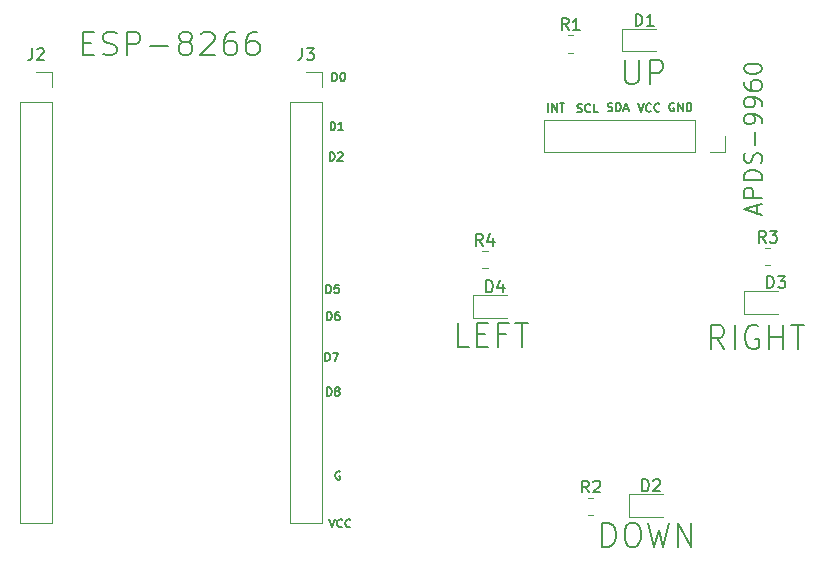
<source format=gbr>
%TF.GenerationSoftware,KiCad,Pcbnew,(6.0.7)*%
%TF.CreationDate,2022-10-30T17:48:50+07:00*%
%TF.ProjectId,dd,64642e6b-6963-4616-945f-706362585858,rev?*%
%TF.SameCoordinates,Original*%
%TF.FileFunction,Legend,Top*%
%TF.FilePolarity,Positive*%
%FSLAX46Y46*%
G04 Gerber Fmt 4.6, Leading zero omitted, Abs format (unit mm)*
G04 Created by KiCad (PCBNEW (6.0.7)) date 2022-10-30 17:48:50*
%MOMM*%
%LPD*%
G01*
G04 APERTURE LIST*
%ADD10C,0.150000*%
%ADD11C,0.120000*%
G04 APERTURE END LIST*
D10*
X147100000Y-64807142D02*
X147100000Y-64092857D01*
X147528571Y-64950000D02*
X146028571Y-64450000D01*
X147528571Y-63950000D01*
X147528571Y-63450000D02*
X146028571Y-63450000D01*
X146028571Y-62878571D01*
X146100000Y-62735714D01*
X146171428Y-62664285D01*
X146314285Y-62592857D01*
X146528571Y-62592857D01*
X146671428Y-62664285D01*
X146742857Y-62735714D01*
X146814285Y-62878571D01*
X146814285Y-63450000D01*
X147528571Y-61950000D02*
X146028571Y-61950000D01*
X146028571Y-61592857D01*
X146100000Y-61378571D01*
X146242857Y-61235714D01*
X146385714Y-61164285D01*
X146671428Y-61092857D01*
X146885714Y-61092857D01*
X147171428Y-61164285D01*
X147314285Y-61235714D01*
X147457142Y-61378571D01*
X147528571Y-61592857D01*
X147528571Y-61950000D01*
X147457142Y-60521428D02*
X147528571Y-60307142D01*
X147528571Y-59950000D01*
X147457142Y-59807142D01*
X147385714Y-59735714D01*
X147242857Y-59664285D01*
X147100000Y-59664285D01*
X146957142Y-59735714D01*
X146885714Y-59807142D01*
X146814285Y-59950000D01*
X146742857Y-60235714D01*
X146671428Y-60378571D01*
X146600000Y-60450000D01*
X146457142Y-60521428D01*
X146314285Y-60521428D01*
X146171428Y-60450000D01*
X146100000Y-60378571D01*
X146028571Y-60235714D01*
X146028571Y-59878571D01*
X146100000Y-59664285D01*
X146957142Y-59021428D02*
X146957142Y-57878571D01*
X147528571Y-57092857D02*
X147528571Y-56807142D01*
X147457142Y-56664285D01*
X147385714Y-56592857D01*
X147171428Y-56450000D01*
X146885714Y-56378571D01*
X146314285Y-56378571D01*
X146171428Y-56450000D01*
X146100000Y-56521428D01*
X146028571Y-56664285D01*
X146028571Y-56950000D01*
X146100000Y-57092857D01*
X146171428Y-57164285D01*
X146314285Y-57235714D01*
X146671428Y-57235714D01*
X146814285Y-57164285D01*
X146885714Y-57092857D01*
X146957142Y-56950000D01*
X146957142Y-56664285D01*
X146885714Y-56521428D01*
X146814285Y-56450000D01*
X146671428Y-56378571D01*
X147528571Y-55664285D02*
X147528571Y-55378571D01*
X147457142Y-55235714D01*
X147385714Y-55164285D01*
X147171428Y-55021428D01*
X146885714Y-54950000D01*
X146314285Y-54950000D01*
X146171428Y-55021428D01*
X146100000Y-55092857D01*
X146028571Y-55235714D01*
X146028571Y-55521428D01*
X146100000Y-55664285D01*
X146171428Y-55735714D01*
X146314285Y-55807142D01*
X146671428Y-55807142D01*
X146814285Y-55735714D01*
X146885714Y-55664285D01*
X146957142Y-55521428D01*
X146957142Y-55235714D01*
X146885714Y-55092857D01*
X146814285Y-55021428D01*
X146671428Y-54950000D01*
X146028571Y-53664285D02*
X146028571Y-53950000D01*
X146100000Y-54092857D01*
X146171428Y-54164285D01*
X146385714Y-54307142D01*
X146671428Y-54378571D01*
X147242857Y-54378571D01*
X147385714Y-54307142D01*
X147457142Y-54235714D01*
X147528571Y-54092857D01*
X147528571Y-53807142D01*
X147457142Y-53664285D01*
X147385714Y-53592857D01*
X147242857Y-53521428D01*
X146885714Y-53521428D01*
X146742857Y-53592857D01*
X146671428Y-53664285D01*
X146600000Y-53807142D01*
X146600000Y-54092857D01*
X146671428Y-54235714D01*
X146742857Y-54307142D01*
X146885714Y-54378571D01*
X146028571Y-52592857D02*
X146028571Y-52450000D01*
X146100000Y-52307142D01*
X146171428Y-52235714D01*
X146314285Y-52164285D01*
X146600000Y-52092857D01*
X146957142Y-52092857D01*
X147242857Y-52164285D01*
X147385714Y-52235714D01*
X147457142Y-52307142D01*
X147528571Y-52450000D01*
X147528571Y-52592857D01*
X147457142Y-52735714D01*
X147385714Y-52807142D01*
X147242857Y-52878571D01*
X146957142Y-52950000D01*
X146600000Y-52950000D01*
X146314285Y-52878571D01*
X146171428Y-52807142D01*
X146100000Y-52735714D01*
X146028571Y-52592857D01*
X110916666Y-90666666D02*
X111150000Y-91366666D01*
X111383333Y-90666666D01*
X112016666Y-91300000D02*
X111983333Y-91333333D01*
X111883333Y-91366666D01*
X111816666Y-91366666D01*
X111716666Y-91333333D01*
X111650000Y-91266666D01*
X111616666Y-91200000D01*
X111583333Y-91066666D01*
X111583333Y-90966666D01*
X111616666Y-90833333D01*
X111650000Y-90766666D01*
X111716666Y-90700000D01*
X111816666Y-90666666D01*
X111883333Y-90666666D01*
X111983333Y-90700000D01*
X112016666Y-90733333D01*
X112716666Y-91300000D02*
X112683333Y-91333333D01*
X112583333Y-91366666D01*
X112516666Y-91366666D01*
X112416666Y-91333333D01*
X112350000Y-91266666D01*
X112316666Y-91200000D01*
X112283333Y-91066666D01*
X112283333Y-90966666D01*
X112316666Y-90833333D01*
X112350000Y-90766666D01*
X112416666Y-90700000D01*
X112516666Y-90666666D01*
X112583333Y-90666666D01*
X112683333Y-90700000D01*
X112716666Y-90733333D01*
X111833333Y-86650000D02*
X111766666Y-86616666D01*
X111666666Y-86616666D01*
X111566666Y-86650000D01*
X111500000Y-86716666D01*
X111466666Y-86783333D01*
X111433333Y-86916666D01*
X111433333Y-87016666D01*
X111466666Y-87150000D01*
X111500000Y-87216666D01*
X111566666Y-87283333D01*
X111666666Y-87316666D01*
X111733333Y-87316666D01*
X111833333Y-87283333D01*
X111866666Y-87250000D01*
X111866666Y-87016666D01*
X111733333Y-87016666D01*
X111183333Y-53566666D02*
X111183333Y-52866666D01*
X111350000Y-52866666D01*
X111450000Y-52900000D01*
X111516666Y-52966666D01*
X111550000Y-53033333D01*
X111583333Y-53166666D01*
X111583333Y-53266666D01*
X111550000Y-53400000D01*
X111516666Y-53466666D01*
X111450000Y-53533333D01*
X111350000Y-53566666D01*
X111183333Y-53566666D01*
X112016666Y-52866666D02*
X112083333Y-52866666D01*
X112150000Y-52900000D01*
X112183333Y-52933333D01*
X112216666Y-53000000D01*
X112250000Y-53133333D01*
X112250000Y-53300000D01*
X112216666Y-53433333D01*
X112183333Y-53500000D01*
X112150000Y-53533333D01*
X112083333Y-53566666D01*
X112016666Y-53566666D01*
X111950000Y-53533333D01*
X111916666Y-53500000D01*
X111883333Y-53433333D01*
X111850000Y-53300000D01*
X111850000Y-53133333D01*
X111883333Y-53000000D01*
X111916666Y-52933333D01*
X111950000Y-52900000D01*
X112016666Y-52866666D01*
X131916666Y-56183333D02*
X132016666Y-56216666D01*
X132183333Y-56216666D01*
X132250000Y-56183333D01*
X132283333Y-56150000D01*
X132316666Y-56083333D01*
X132316666Y-56016666D01*
X132283333Y-55950000D01*
X132250000Y-55916666D01*
X132183333Y-55883333D01*
X132050000Y-55850000D01*
X131983333Y-55816666D01*
X131950000Y-55783333D01*
X131916666Y-55716666D01*
X131916666Y-55650000D01*
X131950000Y-55583333D01*
X131983333Y-55550000D01*
X132050000Y-55516666D01*
X132216666Y-55516666D01*
X132316666Y-55550000D01*
X133016666Y-56150000D02*
X132983333Y-56183333D01*
X132883333Y-56216666D01*
X132816666Y-56216666D01*
X132716666Y-56183333D01*
X132650000Y-56116666D01*
X132616666Y-56050000D01*
X132583333Y-55916666D01*
X132583333Y-55816666D01*
X132616666Y-55683333D01*
X132650000Y-55616666D01*
X132716666Y-55550000D01*
X132816666Y-55516666D01*
X132883333Y-55516666D01*
X132983333Y-55550000D01*
X133016666Y-55583333D01*
X133650000Y-56216666D02*
X133316666Y-56216666D01*
X133316666Y-55516666D01*
X110583333Y-77266666D02*
X110583333Y-76566666D01*
X110750000Y-76566666D01*
X110850000Y-76600000D01*
X110916666Y-76666666D01*
X110950000Y-76733333D01*
X110983333Y-76866666D01*
X110983333Y-76966666D01*
X110950000Y-77100000D01*
X110916666Y-77166666D01*
X110850000Y-77233333D01*
X110750000Y-77266666D01*
X110583333Y-77266666D01*
X111216666Y-76566666D02*
X111683333Y-76566666D01*
X111383333Y-77266666D01*
X110733333Y-73816666D02*
X110733333Y-73116666D01*
X110900000Y-73116666D01*
X111000000Y-73150000D01*
X111066666Y-73216666D01*
X111100000Y-73283333D01*
X111133333Y-73416666D01*
X111133333Y-73516666D01*
X111100000Y-73650000D01*
X111066666Y-73716666D01*
X111000000Y-73783333D01*
X110900000Y-73816666D01*
X110733333Y-73816666D01*
X111733333Y-73116666D02*
X111600000Y-73116666D01*
X111533333Y-73150000D01*
X111500000Y-73183333D01*
X111433333Y-73283333D01*
X111400000Y-73416666D01*
X111400000Y-73683333D01*
X111433333Y-73750000D01*
X111466666Y-73783333D01*
X111533333Y-73816666D01*
X111666666Y-73816666D01*
X111733333Y-73783333D01*
X111766666Y-73750000D01*
X111800000Y-73683333D01*
X111800000Y-73516666D01*
X111766666Y-73450000D01*
X111733333Y-73416666D01*
X111666666Y-73383333D01*
X111533333Y-73383333D01*
X111466666Y-73416666D01*
X111433333Y-73450000D01*
X111400000Y-73516666D01*
X144383333Y-76254761D02*
X143716666Y-75302380D01*
X143240476Y-76254761D02*
X143240476Y-74254761D01*
X144002380Y-74254761D01*
X144192857Y-74350000D01*
X144288095Y-74445238D01*
X144383333Y-74635714D01*
X144383333Y-74921428D01*
X144288095Y-75111904D01*
X144192857Y-75207142D01*
X144002380Y-75302380D01*
X143240476Y-75302380D01*
X145240476Y-76254761D02*
X145240476Y-74254761D01*
X147240476Y-74350000D02*
X147050000Y-74254761D01*
X146764285Y-74254761D01*
X146478571Y-74350000D01*
X146288095Y-74540476D01*
X146192857Y-74730952D01*
X146097619Y-75111904D01*
X146097619Y-75397619D01*
X146192857Y-75778571D01*
X146288095Y-75969047D01*
X146478571Y-76159523D01*
X146764285Y-76254761D01*
X146954761Y-76254761D01*
X147240476Y-76159523D01*
X147335714Y-76064285D01*
X147335714Y-75397619D01*
X146954761Y-75397619D01*
X148192857Y-76254761D02*
X148192857Y-74254761D01*
X148192857Y-75207142D02*
X149335714Y-75207142D01*
X149335714Y-76254761D02*
X149335714Y-74254761D01*
X150002380Y-74254761D02*
X151145238Y-74254761D01*
X150573809Y-76254761D02*
X150573809Y-74254761D01*
X110983333Y-60316666D02*
X110983333Y-59616666D01*
X111150000Y-59616666D01*
X111250000Y-59650000D01*
X111316666Y-59716666D01*
X111350000Y-59783333D01*
X111383333Y-59916666D01*
X111383333Y-60016666D01*
X111350000Y-60150000D01*
X111316666Y-60216666D01*
X111250000Y-60283333D01*
X111150000Y-60316666D01*
X110983333Y-60316666D01*
X111650000Y-59683333D02*
X111683333Y-59650000D01*
X111750000Y-59616666D01*
X111916666Y-59616666D01*
X111983333Y-59650000D01*
X112016666Y-59683333D01*
X112050000Y-59750000D01*
X112050000Y-59816666D01*
X112016666Y-59916666D01*
X111616666Y-60316666D01*
X112050000Y-60316666D01*
X110733333Y-80216666D02*
X110733333Y-79516666D01*
X110900000Y-79516666D01*
X111000000Y-79550000D01*
X111066666Y-79616666D01*
X111100000Y-79683333D01*
X111133333Y-79816666D01*
X111133333Y-79916666D01*
X111100000Y-80050000D01*
X111066666Y-80116666D01*
X111000000Y-80183333D01*
X110900000Y-80216666D01*
X110733333Y-80216666D01*
X111533333Y-79816666D02*
X111466666Y-79783333D01*
X111433333Y-79750000D01*
X111400000Y-79683333D01*
X111400000Y-79650000D01*
X111433333Y-79583333D01*
X111466666Y-79550000D01*
X111533333Y-79516666D01*
X111666666Y-79516666D01*
X111733333Y-79550000D01*
X111766666Y-79583333D01*
X111800000Y-79650000D01*
X111800000Y-79683333D01*
X111766666Y-79750000D01*
X111733333Y-79783333D01*
X111666666Y-79816666D01*
X111533333Y-79816666D01*
X111466666Y-79850000D01*
X111433333Y-79883333D01*
X111400000Y-79950000D01*
X111400000Y-80083333D01*
X111433333Y-80150000D01*
X111466666Y-80183333D01*
X111533333Y-80216666D01*
X111666666Y-80216666D01*
X111733333Y-80183333D01*
X111766666Y-80150000D01*
X111800000Y-80083333D01*
X111800000Y-79950000D01*
X111766666Y-79883333D01*
X111733333Y-79850000D01*
X111666666Y-79816666D01*
X90071428Y-50357142D02*
X90738095Y-50357142D01*
X91023809Y-51404761D02*
X90071428Y-51404761D01*
X90071428Y-49404761D01*
X91023809Y-49404761D01*
X91785714Y-51309523D02*
X92071428Y-51404761D01*
X92547619Y-51404761D01*
X92738095Y-51309523D01*
X92833333Y-51214285D01*
X92928571Y-51023809D01*
X92928571Y-50833333D01*
X92833333Y-50642857D01*
X92738095Y-50547619D01*
X92547619Y-50452380D01*
X92166666Y-50357142D01*
X91976190Y-50261904D01*
X91880952Y-50166666D01*
X91785714Y-49976190D01*
X91785714Y-49785714D01*
X91880952Y-49595238D01*
X91976190Y-49500000D01*
X92166666Y-49404761D01*
X92642857Y-49404761D01*
X92928571Y-49500000D01*
X93785714Y-51404761D02*
X93785714Y-49404761D01*
X94547619Y-49404761D01*
X94738095Y-49500000D01*
X94833333Y-49595238D01*
X94928571Y-49785714D01*
X94928571Y-50071428D01*
X94833333Y-50261904D01*
X94738095Y-50357142D01*
X94547619Y-50452380D01*
X93785714Y-50452380D01*
X95785714Y-50642857D02*
X97309523Y-50642857D01*
X98547619Y-50261904D02*
X98357142Y-50166666D01*
X98261904Y-50071428D01*
X98166666Y-49880952D01*
X98166666Y-49785714D01*
X98261904Y-49595238D01*
X98357142Y-49500000D01*
X98547619Y-49404761D01*
X98928571Y-49404761D01*
X99119047Y-49500000D01*
X99214285Y-49595238D01*
X99309523Y-49785714D01*
X99309523Y-49880952D01*
X99214285Y-50071428D01*
X99119047Y-50166666D01*
X98928571Y-50261904D01*
X98547619Y-50261904D01*
X98357142Y-50357142D01*
X98261904Y-50452380D01*
X98166666Y-50642857D01*
X98166666Y-51023809D01*
X98261904Y-51214285D01*
X98357142Y-51309523D01*
X98547619Y-51404761D01*
X98928571Y-51404761D01*
X99119047Y-51309523D01*
X99214285Y-51214285D01*
X99309523Y-51023809D01*
X99309523Y-50642857D01*
X99214285Y-50452380D01*
X99119047Y-50357142D01*
X98928571Y-50261904D01*
X100071428Y-49595238D02*
X100166666Y-49500000D01*
X100357142Y-49404761D01*
X100833333Y-49404761D01*
X101023809Y-49500000D01*
X101119047Y-49595238D01*
X101214285Y-49785714D01*
X101214285Y-49976190D01*
X101119047Y-50261904D01*
X99976190Y-51404761D01*
X101214285Y-51404761D01*
X102928571Y-49404761D02*
X102547619Y-49404761D01*
X102357142Y-49500000D01*
X102261904Y-49595238D01*
X102071428Y-49880952D01*
X101976190Y-50261904D01*
X101976190Y-51023809D01*
X102071428Y-51214285D01*
X102166666Y-51309523D01*
X102357142Y-51404761D01*
X102738095Y-51404761D01*
X102928571Y-51309523D01*
X103023809Y-51214285D01*
X103119047Y-51023809D01*
X103119047Y-50547619D01*
X103023809Y-50357142D01*
X102928571Y-50261904D01*
X102738095Y-50166666D01*
X102357142Y-50166666D01*
X102166666Y-50261904D01*
X102071428Y-50357142D01*
X101976190Y-50547619D01*
X104833333Y-49404761D02*
X104452380Y-49404761D01*
X104261904Y-49500000D01*
X104166666Y-49595238D01*
X103976190Y-49880952D01*
X103880952Y-50261904D01*
X103880952Y-51023809D01*
X103976190Y-51214285D01*
X104071428Y-51309523D01*
X104261904Y-51404761D01*
X104642857Y-51404761D01*
X104833333Y-51309523D01*
X104928571Y-51214285D01*
X105023809Y-51023809D01*
X105023809Y-50547619D01*
X104928571Y-50357142D01*
X104833333Y-50261904D01*
X104642857Y-50166666D01*
X104261904Y-50166666D01*
X104071428Y-50261904D01*
X103976190Y-50357142D01*
X103880952Y-50547619D01*
X134500000Y-56083333D02*
X134600000Y-56116666D01*
X134766666Y-56116666D01*
X134833333Y-56083333D01*
X134866666Y-56050000D01*
X134900000Y-55983333D01*
X134900000Y-55916666D01*
X134866666Y-55850000D01*
X134833333Y-55816666D01*
X134766666Y-55783333D01*
X134633333Y-55750000D01*
X134566666Y-55716666D01*
X134533333Y-55683333D01*
X134500000Y-55616666D01*
X134500000Y-55550000D01*
X134533333Y-55483333D01*
X134566666Y-55450000D01*
X134633333Y-55416666D01*
X134800000Y-55416666D01*
X134900000Y-55450000D01*
X135200000Y-56116666D02*
X135200000Y-55416666D01*
X135366666Y-55416666D01*
X135466666Y-55450000D01*
X135533333Y-55516666D01*
X135566666Y-55583333D01*
X135600000Y-55716666D01*
X135600000Y-55816666D01*
X135566666Y-55950000D01*
X135533333Y-56016666D01*
X135466666Y-56083333D01*
X135366666Y-56116666D01*
X135200000Y-56116666D01*
X135866666Y-55916666D02*
X136200000Y-55916666D01*
X135800000Y-56116666D02*
X136033333Y-55416666D01*
X136266666Y-56116666D01*
X137066666Y-55466666D02*
X137300000Y-56166666D01*
X137533333Y-55466666D01*
X138166666Y-56100000D02*
X138133333Y-56133333D01*
X138033333Y-56166666D01*
X137966666Y-56166666D01*
X137866666Y-56133333D01*
X137800000Y-56066666D01*
X137766666Y-56000000D01*
X137733333Y-55866666D01*
X137733333Y-55766666D01*
X137766666Y-55633333D01*
X137800000Y-55566666D01*
X137866666Y-55500000D01*
X137966666Y-55466666D01*
X138033333Y-55466666D01*
X138133333Y-55500000D01*
X138166666Y-55533333D01*
X138866666Y-56100000D02*
X138833333Y-56133333D01*
X138733333Y-56166666D01*
X138666666Y-56166666D01*
X138566666Y-56133333D01*
X138500000Y-56066666D01*
X138466666Y-56000000D01*
X138433333Y-55866666D01*
X138433333Y-55766666D01*
X138466666Y-55633333D01*
X138500000Y-55566666D01*
X138566666Y-55500000D01*
X138666666Y-55466666D01*
X138733333Y-55466666D01*
X138833333Y-55500000D01*
X138866666Y-55533333D01*
X110683333Y-71516666D02*
X110683333Y-70816666D01*
X110850000Y-70816666D01*
X110950000Y-70850000D01*
X111016666Y-70916666D01*
X111050000Y-70983333D01*
X111083333Y-71116666D01*
X111083333Y-71216666D01*
X111050000Y-71350000D01*
X111016666Y-71416666D01*
X110950000Y-71483333D01*
X110850000Y-71516666D01*
X110683333Y-71516666D01*
X111716666Y-70816666D02*
X111383333Y-70816666D01*
X111350000Y-71150000D01*
X111383333Y-71116666D01*
X111450000Y-71083333D01*
X111616666Y-71083333D01*
X111683333Y-71116666D01*
X111716666Y-71150000D01*
X111750000Y-71216666D01*
X111750000Y-71383333D01*
X111716666Y-71450000D01*
X111683333Y-71483333D01*
X111616666Y-71516666D01*
X111450000Y-71516666D01*
X111383333Y-71483333D01*
X111350000Y-71450000D01*
X140116666Y-55450000D02*
X140050000Y-55416666D01*
X139950000Y-55416666D01*
X139850000Y-55450000D01*
X139783333Y-55516666D01*
X139750000Y-55583333D01*
X139716666Y-55716666D01*
X139716666Y-55816666D01*
X139750000Y-55950000D01*
X139783333Y-56016666D01*
X139850000Y-56083333D01*
X139950000Y-56116666D01*
X140016666Y-56116666D01*
X140116666Y-56083333D01*
X140150000Y-56050000D01*
X140150000Y-55816666D01*
X140016666Y-55816666D01*
X140450000Y-56116666D02*
X140450000Y-55416666D01*
X140850000Y-56116666D01*
X140850000Y-55416666D01*
X141183333Y-56116666D02*
X141183333Y-55416666D01*
X141350000Y-55416666D01*
X141450000Y-55450000D01*
X141516666Y-55516666D01*
X141550000Y-55583333D01*
X141583333Y-55716666D01*
X141583333Y-55816666D01*
X141550000Y-55950000D01*
X141516666Y-56016666D01*
X141450000Y-56083333D01*
X141350000Y-56116666D01*
X141183333Y-56116666D01*
X135978571Y-51804761D02*
X135978571Y-53423809D01*
X136073809Y-53614285D01*
X136169047Y-53709523D01*
X136359523Y-53804761D01*
X136740476Y-53804761D01*
X136930952Y-53709523D01*
X137026190Y-53614285D01*
X137121428Y-53423809D01*
X137121428Y-51804761D01*
X138073809Y-53804761D02*
X138073809Y-51804761D01*
X138835714Y-51804761D01*
X139026190Y-51900000D01*
X139121428Y-51995238D01*
X139216666Y-52185714D01*
X139216666Y-52471428D01*
X139121428Y-52661904D01*
X139026190Y-52757142D01*
X138835714Y-52852380D01*
X138073809Y-52852380D01*
X122745238Y-76054761D02*
X121792857Y-76054761D01*
X121792857Y-74054761D01*
X123411904Y-75007142D02*
X124078571Y-75007142D01*
X124364285Y-76054761D02*
X123411904Y-76054761D01*
X123411904Y-74054761D01*
X124364285Y-74054761D01*
X125888095Y-75007142D02*
X125221428Y-75007142D01*
X125221428Y-76054761D02*
X125221428Y-74054761D01*
X126173809Y-74054761D01*
X126650000Y-74054761D02*
X127792857Y-74054761D01*
X127221428Y-76054761D02*
X127221428Y-74054761D01*
X129466666Y-56166666D02*
X129466666Y-55466666D01*
X129800000Y-56166666D02*
X129800000Y-55466666D01*
X130200000Y-56166666D01*
X130200000Y-55466666D01*
X130433333Y-55466666D02*
X130833333Y-55466666D01*
X130633333Y-56166666D02*
X130633333Y-55466666D01*
X111033333Y-57716666D02*
X111033333Y-57016666D01*
X111200000Y-57016666D01*
X111300000Y-57050000D01*
X111366666Y-57116666D01*
X111400000Y-57183333D01*
X111433333Y-57316666D01*
X111433333Y-57416666D01*
X111400000Y-57550000D01*
X111366666Y-57616666D01*
X111300000Y-57683333D01*
X111200000Y-57716666D01*
X111033333Y-57716666D01*
X112100000Y-57716666D02*
X111700000Y-57716666D01*
X111900000Y-57716666D02*
X111900000Y-57016666D01*
X111833333Y-57116666D01*
X111766666Y-57183333D01*
X111700000Y-57216666D01*
X134038095Y-93004761D02*
X134038095Y-91004761D01*
X134514285Y-91004761D01*
X134800000Y-91100000D01*
X134990476Y-91290476D01*
X135085714Y-91480952D01*
X135180952Y-91861904D01*
X135180952Y-92147619D01*
X135085714Y-92528571D01*
X134990476Y-92719047D01*
X134800000Y-92909523D01*
X134514285Y-93004761D01*
X134038095Y-93004761D01*
X136419047Y-91004761D02*
X136800000Y-91004761D01*
X136990476Y-91100000D01*
X137180952Y-91290476D01*
X137276190Y-91671428D01*
X137276190Y-92338095D01*
X137180952Y-92719047D01*
X136990476Y-92909523D01*
X136800000Y-93004761D01*
X136419047Y-93004761D01*
X136228571Y-92909523D01*
X136038095Y-92719047D01*
X135942857Y-92338095D01*
X135942857Y-91671428D01*
X136038095Y-91290476D01*
X136228571Y-91100000D01*
X136419047Y-91004761D01*
X137942857Y-91004761D02*
X138419047Y-93004761D01*
X138800000Y-91576190D01*
X139180952Y-93004761D01*
X139657142Y-91004761D01*
X140419047Y-93004761D02*
X140419047Y-91004761D01*
X141561904Y-93004761D01*
X141561904Y-91004761D01*
%TO.C,R4*%
X123933333Y-67502380D02*
X123600000Y-67026190D01*
X123361904Y-67502380D02*
X123361904Y-66502380D01*
X123742857Y-66502380D01*
X123838095Y-66550000D01*
X123885714Y-66597619D01*
X123933333Y-66692857D01*
X123933333Y-66835714D01*
X123885714Y-66930952D01*
X123838095Y-66978571D01*
X123742857Y-67026190D01*
X123361904Y-67026190D01*
X124790476Y-66835714D02*
X124790476Y-67502380D01*
X124552380Y-66454761D02*
X124314285Y-67169047D01*
X124933333Y-67169047D01*
%TO.C,R3*%
X147883333Y-67252380D02*
X147550000Y-66776190D01*
X147311904Y-67252380D02*
X147311904Y-66252380D01*
X147692857Y-66252380D01*
X147788095Y-66300000D01*
X147835714Y-66347619D01*
X147883333Y-66442857D01*
X147883333Y-66585714D01*
X147835714Y-66680952D01*
X147788095Y-66728571D01*
X147692857Y-66776190D01*
X147311904Y-66776190D01*
X148216666Y-66252380D02*
X148835714Y-66252380D01*
X148502380Y-66633333D01*
X148645238Y-66633333D01*
X148740476Y-66680952D01*
X148788095Y-66728571D01*
X148835714Y-66823809D01*
X148835714Y-67061904D01*
X148788095Y-67157142D01*
X148740476Y-67204761D01*
X148645238Y-67252380D01*
X148359523Y-67252380D01*
X148264285Y-67204761D01*
X148216666Y-67157142D01*
%TO.C,R2*%
X132900833Y-88402380D02*
X132567500Y-87926190D01*
X132329404Y-88402380D02*
X132329404Y-87402380D01*
X132710357Y-87402380D01*
X132805595Y-87450000D01*
X132853214Y-87497619D01*
X132900833Y-87592857D01*
X132900833Y-87735714D01*
X132853214Y-87830952D01*
X132805595Y-87878571D01*
X132710357Y-87926190D01*
X132329404Y-87926190D01*
X133281785Y-87497619D02*
X133329404Y-87450000D01*
X133424642Y-87402380D01*
X133662738Y-87402380D01*
X133757976Y-87450000D01*
X133805595Y-87497619D01*
X133853214Y-87592857D01*
X133853214Y-87688095D01*
X133805595Y-87830952D01*
X133234166Y-88402380D01*
X133853214Y-88402380D01*
%TO.C,R1*%
X131183333Y-49252380D02*
X130850000Y-48776190D01*
X130611904Y-49252380D02*
X130611904Y-48252380D01*
X130992857Y-48252380D01*
X131088095Y-48300000D01*
X131135714Y-48347619D01*
X131183333Y-48442857D01*
X131183333Y-48585714D01*
X131135714Y-48680952D01*
X131088095Y-48728571D01*
X130992857Y-48776190D01*
X130611904Y-48776190D01*
X132135714Y-49252380D02*
X131564285Y-49252380D01*
X131850000Y-49252380D02*
X131850000Y-48252380D01*
X131754761Y-48395238D01*
X131659523Y-48490476D01*
X131564285Y-48538095D01*
%TO.C,J2*%
X85766666Y-50802380D02*
X85766666Y-51516666D01*
X85719047Y-51659523D01*
X85623809Y-51754761D01*
X85480952Y-51802380D01*
X85385714Y-51802380D01*
X86195238Y-50897619D02*
X86242857Y-50850000D01*
X86338095Y-50802380D01*
X86576190Y-50802380D01*
X86671428Y-50850000D01*
X86719047Y-50897619D01*
X86766666Y-50992857D01*
X86766666Y-51088095D01*
X86719047Y-51230952D01*
X86147619Y-51802380D01*
X86766666Y-51802380D01*
%TO.C,D2*%
X137411904Y-88302380D02*
X137411904Y-87302380D01*
X137650000Y-87302380D01*
X137792857Y-87350000D01*
X137888095Y-87445238D01*
X137935714Y-87540476D01*
X137983333Y-87730952D01*
X137983333Y-87873809D01*
X137935714Y-88064285D01*
X137888095Y-88159523D01*
X137792857Y-88254761D01*
X137650000Y-88302380D01*
X137411904Y-88302380D01*
X138364285Y-87397619D02*
X138411904Y-87350000D01*
X138507142Y-87302380D01*
X138745238Y-87302380D01*
X138840476Y-87350000D01*
X138888095Y-87397619D01*
X138935714Y-87492857D01*
X138935714Y-87588095D01*
X138888095Y-87730952D01*
X138316666Y-88302380D01*
X138935714Y-88302380D01*
%TO.C,D1*%
X136861904Y-48902380D02*
X136861904Y-47902380D01*
X137100000Y-47902380D01*
X137242857Y-47950000D01*
X137338095Y-48045238D01*
X137385714Y-48140476D01*
X137433333Y-48330952D01*
X137433333Y-48473809D01*
X137385714Y-48664285D01*
X137338095Y-48759523D01*
X137242857Y-48854761D01*
X137100000Y-48902380D01*
X136861904Y-48902380D01*
X138385714Y-48902380D02*
X137814285Y-48902380D01*
X138100000Y-48902380D02*
X138100000Y-47902380D01*
X138004761Y-48045238D01*
X137909523Y-48140476D01*
X137814285Y-48188095D01*
%TO.C,J3*%
X108616666Y-50782380D02*
X108616666Y-51496666D01*
X108569047Y-51639523D01*
X108473809Y-51734761D01*
X108330952Y-51782380D01*
X108235714Y-51782380D01*
X108997619Y-50782380D02*
X109616666Y-50782380D01*
X109283333Y-51163333D01*
X109426190Y-51163333D01*
X109521428Y-51210952D01*
X109569047Y-51258571D01*
X109616666Y-51353809D01*
X109616666Y-51591904D01*
X109569047Y-51687142D01*
X109521428Y-51734761D01*
X109426190Y-51782380D01*
X109140476Y-51782380D01*
X109045238Y-51734761D01*
X108997619Y-51687142D01*
%TO.C,D3*%
X148011904Y-71102380D02*
X148011904Y-70102380D01*
X148250000Y-70102380D01*
X148392857Y-70150000D01*
X148488095Y-70245238D01*
X148535714Y-70340476D01*
X148583333Y-70530952D01*
X148583333Y-70673809D01*
X148535714Y-70864285D01*
X148488095Y-70959523D01*
X148392857Y-71054761D01*
X148250000Y-71102380D01*
X148011904Y-71102380D01*
X148916666Y-70102380D02*
X149535714Y-70102380D01*
X149202380Y-70483333D01*
X149345238Y-70483333D01*
X149440476Y-70530952D01*
X149488095Y-70578571D01*
X149535714Y-70673809D01*
X149535714Y-70911904D01*
X149488095Y-71007142D01*
X149440476Y-71054761D01*
X149345238Y-71102380D01*
X149059523Y-71102380D01*
X148964285Y-71054761D01*
X148916666Y-71007142D01*
%TO.C,D4*%
X124211904Y-71452380D02*
X124211904Y-70452380D01*
X124450000Y-70452380D01*
X124592857Y-70500000D01*
X124688095Y-70595238D01*
X124735714Y-70690476D01*
X124783333Y-70880952D01*
X124783333Y-71023809D01*
X124735714Y-71214285D01*
X124688095Y-71309523D01*
X124592857Y-71404761D01*
X124450000Y-71452380D01*
X124211904Y-71452380D01*
X125640476Y-70785714D02*
X125640476Y-71452380D01*
X125402380Y-70404761D02*
X125164285Y-71119047D01*
X125783333Y-71119047D01*
D11*
%TO.C,R4*%
X123872936Y-67965000D02*
X124327064Y-67965000D01*
X123872936Y-69435000D02*
X124327064Y-69435000D01*
%TO.C,R3*%
X147822936Y-67715000D02*
X148277064Y-67715000D01*
X147822936Y-69185000D02*
X148277064Y-69185000D01*
%TO.C,R2*%
X132840436Y-88865000D02*
X133294564Y-88865000D01*
X132840436Y-90335000D02*
X133294564Y-90335000D01*
%TO.C,R1*%
X131122936Y-49715000D02*
X131577064Y-49715000D01*
X131122936Y-51185000D02*
X131577064Y-51185000D01*
%TO.C,J1*%
X141855000Y-59555000D02*
X129095000Y-59555000D01*
X129095000Y-56895000D02*
X129095000Y-59555000D01*
X141855000Y-56895000D02*
X129095000Y-56895000D01*
X144455000Y-59555000D02*
X143125000Y-59555000D01*
X141855000Y-56895000D02*
X141855000Y-59555000D01*
X144455000Y-58225000D02*
X144455000Y-59555000D01*
%TO.C,J2*%
X84770000Y-55390000D02*
X87430000Y-55390000D01*
X86100000Y-52790000D02*
X87430000Y-52790000D01*
X87430000Y-52790000D02*
X87430000Y-54120000D01*
X84770000Y-91010000D02*
X87430000Y-91010000D01*
X84770000Y-55390000D02*
X84770000Y-91010000D01*
X87430000Y-55390000D02*
X87430000Y-91010000D01*
%TO.C,D2*%
X136290000Y-90460000D02*
X139150000Y-90460000D01*
X136290000Y-88540000D02*
X136290000Y-90460000D01*
X139150000Y-88540000D02*
X136290000Y-88540000D01*
%TO.C,D1*%
X135740000Y-51060000D02*
X138600000Y-51060000D01*
X138600000Y-49140000D02*
X135740000Y-49140000D01*
X135740000Y-49140000D02*
X135740000Y-51060000D01*
%TO.C,J3*%
X107620000Y-55370000D02*
X107620000Y-90990000D01*
X107620000Y-90990000D02*
X110280000Y-90990000D01*
X110280000Y-55370000D02*
X110280000Y-90990000D01*
X108950000Y-52770000D02*
X110280000Y-52770000D01*
X110280000Y-52770000D02*
X110280000Y-54100000D01*
X107620000Y-55370000D02*
X110280000Y-55370000D01*
%TO.C,D3*%
X146040000Y-71340000D02*
X146040000Y-73260000D01*
X148900000Y-71340000D02*
X146040000Y-71340000D01*
X146040000Y-73260000D02*
X148900000Y-73260000D01*
%TO.C,D4*%
X123090000Y-73610000D02*
X125950000Y-73610000D01*
X125950000Y-71690000D02*
X123090000Y-71690000D01*
X123090000Y-71690000D02*
X123090000Y-73610000D01*
%TD*%
M02*

</source>
